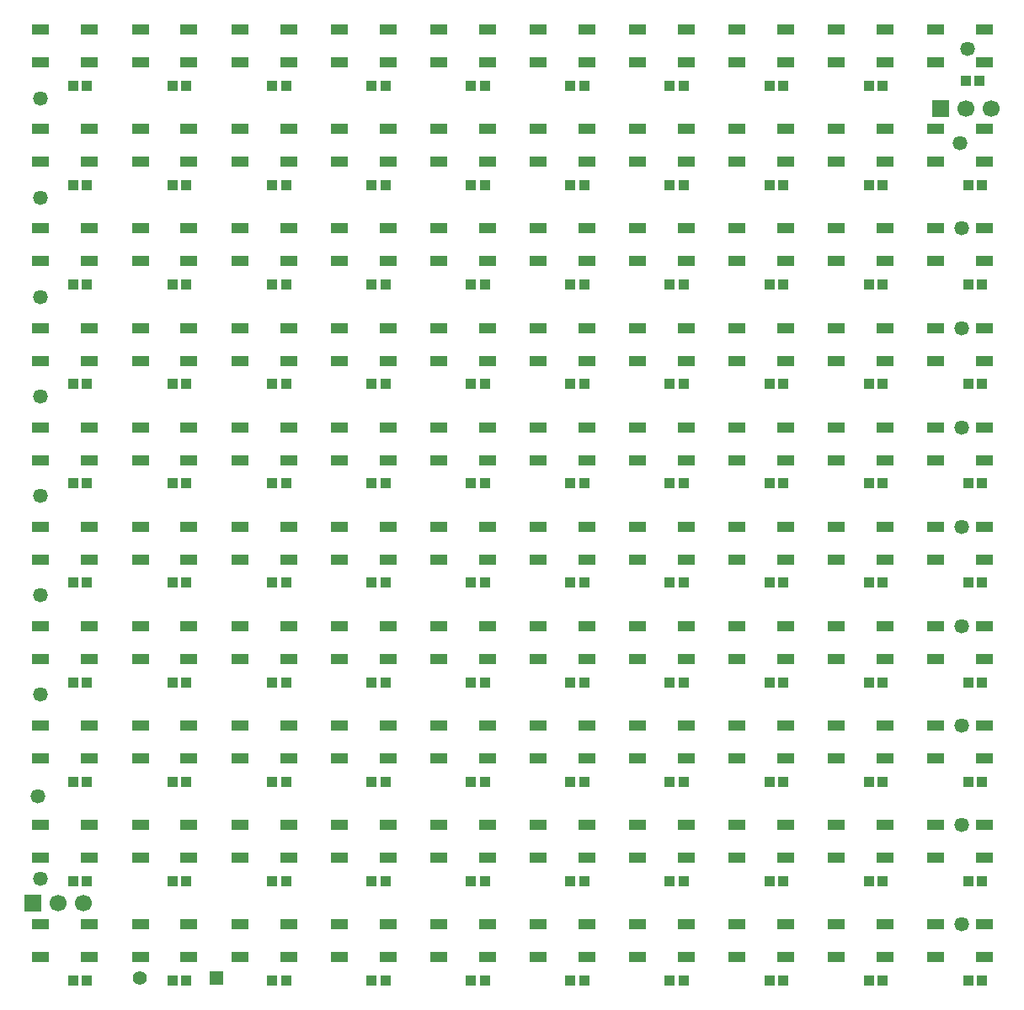
<source format=gts>
G04*
G04 #@! TF.GenerationSoftware,Altium Limited,CircuitStudio,1.5.2 (30)*
G04*
G04 Layer_Color=20142*
%FSLAX42Y42*%
%MOMM*%
G71*
G01*
G75*
%ADD18R,1.00X1.10*%
%ADD19R,1.70X1.10*%
%ADD20R,1.70X1.70*%
%ADD21C,1.70*%
%ADD22R,1.40X1.40*%
%ADD23C,1.40*%
%ADD24C,1.47*%
D18*
X12195Y11750D02*
D03*
X12055D02*
D03*
X11220Y11700D02*
D03*
X11080D02*
D03*
X10220D02*
D03*
X10080D02*
D03*
X9220D02*
D03*
X9080D02*
D03*
X8220D02*
D03*
X8080D02*
D03*
X7220D02*
D03*
X7080D02*
D03*
X6220D02*
D03*
X6080D02*
D03*
X5220D02*
D03*
X5080D02*
D03*
X4220D02*
D03*
X4080D02*
D03*
X3220D02*
D03*
X3080D02*
D03*
X12220Y10700D02*
D03*
X12080D02*
D03*
X11220D02*
D03*
X11080D02*
D03*
X10220D02*
D03*
X10080D02*
D03*
X9220D02*
D03*
X9080D02*
D03*
X8220D02*
D03*
X8080D02*
D03*
X6220D02*
D03*
X6080D02*
D03*
X5220D02*
D03*
X5080D02*
D03*
X4220D02*
D03*
X4080D02*
D03*
X3220D02*
D03*
X3080D02*
D03*
X12220Y9700D02*
D03*
X12080D02*
D03*
X11220D02*
D03*
X11080D02*
D03*
X10220D02*
D03*
X10080D02*
D03*
X9220D02*
D03*
X9080D02*
D03*
X8220D02*
D03*
X8080D02*
D03*
X7220D02*
D03*
X7080D02*
D03*
X6220D02*
D03*
X6080D02*
D03*
X5220D02*
D03*
X5080D02*
D03*
X4220D02*
D03*
X4080D02*
D03*
X3220D02*
D03*
X3080D02*
D03*
X12220Y8700D02*
D03*
X12080D02*
D03*
X11220D02*
D03*
X11080D02*
D03*
X10220D02*
D03*
X10080D02*
D03*
X9220D02*
D03*
X9080D02*
D03*
X8220D02*
D03*
X8080D02*
D03*
X7220D02*
D03*
X7080D02*
D03*
X6220D02*
D03*
X6080D02*
D03*
X5220D02*
D03*
X5080D02*
D03*
X4220D02*
D03*
X4080D02*
D03*
X3220D02*
D03*
X3080D02*
D03*
X12220Y7700D02*
D03*
X12080D02*
D03*
X11220D02*
D03*
X11080D02*
D03*
X10220D02*
D03*
X10080D02*
D03*
X9220D02*
D03*
X9080D02*
D03*
X8220D02*
D03*
X8080D02*
D03*
X7220D02*
D03*
X7080D02*
D03*
X6220D02*
D03*
X6080D02*
D03*
X5220D02*
D03*
X5080D02*
D03*
X4220D02*
D03*
X4080D02*
D03*
X3220D02*
D03*
X3080D02*
D03*
X12220Y6700D02*
D03*
X12080D02*
D03*
X11220D02*
D03*
X11080D02*
D03*
X10220D02*
D03*
X10080D02*
D03*
X9220D02*
D03*
X9080D02*
D03*
X8220D02*
D03*
X8080D02*
D03*
X7220D02*
D03*
X7080D02*
D03*
X6220D02*
D03*
X6080D02*
D03*
X5220D02*
D03*
X5080D02*
D03*
X4220D02*
D03*
X4080D02*
D03*
X3220D02*
D03*
X3080D02*
D03*
X12220Y5700D02*
D03*
X12080D02*
D03*
X11220D02*
D03*
X11080D02*
D03*
X10220D02*
D03*
X10080D02*
D03*
X9220D02*
D03*
X9080D02*
D03*
X8220D02*
D03*
X8080D02*
D03*
X7220D02*
D03*
X7080D02*
D03*
X6220D02*
D03*
X6080D02*
D03*
X5220D02*
D03*
X5080D02*
D03*
X4220D02*
D03*
X4080D02*
D03*
X3220D02*
D03*
X3080D02*
D03*
X12220Y4700D02*
D03*
X12080D02*
D03*
X11220D02*
D03*
X11080D02*
D03*
X10220D02*
D03*
X10080D02*
D03*
X9220D02*
D03*
X9080D02*
D03*
X8220D02*
D03*
X8080D02*
D03*
X7220D02*
D03*
X7080D02*
D03*
X6220D02*
D03*
X6080D02*
D03*
X5220D02*
D03*
X5080D02*
D03*
X4220D02*
D03*
X4080D02*
D03*
X3220D02*
D03*
X3080D02*
D03*
X12220Y3700D02*
D03*
X12080D02*
D03*
X11220D02*
D03*
X11080D02*
D03*
X10220D02*
D03*
X10080D02*
D03*
X9220D02*
D03*
X9080D02*
D03*
X8220D02*
D03*
X8080D02*
D03*
X7220D02*
D03*
X7080D02*
D03*
X6220D02*
D03*
X6080D02*
D03*
X5220D02*
D03*
X5080D02*
D03*
X4220D02*
D03*
X4080D02*
D03*
X3220D02*
D03*
X3080D02*
D03*
X12220Y2700D02*
D03*
X12080D02*
D03*
X11220D02*
D03*
X11080D02*
D03*
X10220D02*
D03*
X10080D02*
D03*
X9220D02*
D03*
X9080D02*
D03*
X8220D02*
D03*
X8080D02*
D03*
X7220D02*
D03*
X7080D02*
D03*
X6220D02*
D03*
X6080D02*
D03*
X5220D02*
D03*
X5080D02*
D03*
X4220D02*
D03*
X4080D02*
D03*
X3220D02*
D03*
X3080D02*
D03*
X7220Y10700D02*
D03*
X7080D02*
D03*
D19*
X3755Y3265D02*
D03*
Y2935D02*
D03*
X4245Y3265D02*
D03*
Y2935D02*
D03*
X2755Y12265D02*
D03*
Y11935D02*
D03*
X3245Y12265D02*
D03*
Y11935D02*
D03*
X11755Y12265D02*
D03*
Y11935D02*
D03*
X12245Y12265D02*
D03*
Y11935D02*
D03*
X10755Y12265D02*
D03*
Y11935D02*
D03*
X11245Y12265D02*
D03*
Y11935D02*
D03*
X9755Y12265D02*
D03*
Y11935D02*
D03*
X10245Y12265D02*
D03*
Y11935D02*
D03*
X8755Y12265D02*
D03*
Y11935D02*
D03*
X9245Y12265D02*
D03*
Y11935D02*
D03*
X7755Y12265D02*
D03*
Y11935D02*
D03*
X8245Y12265D02*
D03*
Y11935D02*
D03*
X6755Y12265D02*
D03*
Y11935D02*
D03*
X7245Y12265D02*
D03*
Y11935D02*
D03*
X5755Y12265D02*
D03*
Y11935D02*
D03*
X6245Y12265D02*
D03*
Y11935D02*
D03*
X4755Y12265D02*
D03*
Y11935D02*
D03*
X5245Y12265D02*
D03*
Y11935D02*
D03*
X3755Y12265D02*
D03*
Y11935D02*
D03*
X4245Y12265D02*
D03*
Y11935D02*
D03*
X2755Y11265D02*
D03*
Y10935D02*
D03*
X3245Y11265D02*
D03*
Y10935D02*
D03*
X11755Y11265D02*
D03*
Y10935D02*
D03*
X12245Y11265D02*
D03*
Y10935D02*
D03*
X10755Y11265D02*
D03*
Y10935D02*
D03*
X11245Y11265D02*
D03*
Y10935D02*
D03*
X9755Y11265D02*
D03*
Y10935D02*
D03*
X10245Y11265D02*
D03*
Y10935D02*
D03*
X8755Y11265D02*
D03*
Y10935D02*
D03*
X9245Y11265D02*
D03*
Y10935D02*
D03*
X7755Y11265D02*
D03*
Y10935D02*
D03*
X8245Y11265D02*
D03*
Y10935D02*
D03*
X6755Y11265D02*
D03*
Y10935D02*
D03*
X7245Y11265D02*
D03*
Y10935D02*
D03*
X5755Y11265D02*
D03*
Y10935D02*
D03*
X6245Y11265D02*
D03*
Y10935D02*
D03*
X4755Y11265D02*
D03*
Y10935D02*
D03*
X5245Y11265D02*
D03*
Y10935D02*
D03*
X3755Y11265D02*
D03*
Y10935D02*
D03*
X4245Y11265D02*
D03*
Y10935D02*
D03*
X2755Y10265D02*
D03*
Y9935D02*
D03*
X3245Y10265D02*
D03*
Y9935D02*
D03*
X11755Y10265D02*
D03*
Y9935D02*
D03*
X12245Y10265D02*
D03*
Y9935D02*
D03*
X10755Y10265D02*
D03*
Y9935D02*
D03*
X11245Y10265D02*
D03*
Y9935D02*
D03*
X9755Y10265D02*
D03*
Y9935D02*
D03*
X10245Y10265D02*
D03*
Y9935D02*
D03*
X8755Y10265D02*
D03*
Y9935D02*
D03*
X9245Y10265D02*
D03*
Y9935D02*
D03*
X7755Y10265D02*
D03*
Y9935D02*
D03*
X8245Y10265D02*
D03*
Y9935D02*
D03*
X6755Y10265D02*
D03*
Y9935D02*
D03*
X7245Y10265D02*
D03*
Y9935D02*
D03*
X5755Y10265D02*
D03*
Y9935D02*
D03*
X6245Y10265D02*
D03*
Y9935D02*
D03*
X4755Y10265D02*
D03*
Y9935D02*
D03*
X5245Y10265D02*
D03*
Y9935D02*
D03*
X3755Y10265D02*
D03*
Y9935D02*
D03*
X4245Y10265D02*
D03*
Y9935D02*
D03*
X2755Y9265D02*
D03*
Y8935D02*
D03*
X3245Y9265D02*
D03*
Y8935D02*
D03*
X11755Y9265D02*
D03*
Y8935D02*
D03*
X12245Y9265D02*
D03*
Y8935D02*
D03*
X10755Y9265D02*
D03*
Y8935D02*
D03*
X11245Y9265D02*
D03*
Y8935D02*
D03*
X9755Y9265D02*
D03*
Y8935D02*
D03*
X10245Y9265D02*
D03*
Y8935D02*
D03*
X8755Y9265D02*
D03*
Y8935D02*
D03*
X9245Y9265D02*
D03*
Y8935D02*
D03*
X7755Y9265D02*
D03*
Y8935D02*
D03*
X8245Y9265D02*
D03*
Y8935D02*
D03*
X6755Y9265D02*
D03*
Y8935D02*
D03*
X7245Y9265D02*
D03*
Y8935D02*
D03*
X5755Y9265D02*
D03*
Y8935D02*
D03*
X6245Y9265D02*
D03*
Y8935D02*
D03*
X4755Y9265D02*
D03*
Y8935D02*
D03*
X5245Y9265D02*
D03*
Y8935D02*
D03*
X3755Y9265D02*
D03*
Y8935D02*
D03*
X4245Y9265D02*
D03*
Y8935D02*
D03*
X2755Y8265D02*
D03*
Y7935D02*
D03*
X3245Y8265D02*
D03*
Y7935D02*
D03*
X11755Y8265D02*
D03*
Y7935D02*
D03*
X12245Y8265D02*
D03*
Y7935D02*
D03*
X10755Y8265D02*
D03*
Y7935D02*
D03*
X11245Y8265D02*
D03*
Y7935D02*
D03*
X9755Y8265D02*
D03*
Y7935D02*
D03*
X10245Y8265D02*
D03*
Y7935D02*
D03*
X8755Y8265D02*
D03*
Y7935D02*
D03*
X9245Y8265D02*
D03*
Y7935D02*
D03*
X7755Y8265D02*
D03*
Y7935D02*
D03*
X8245Y8265D02*
D03*
Y7935D02*
D03*
X6755Y8265D02*
D03*
Y7935D02*
D03*
X7245Y8265D02*
D03*
Y7935D02*
D03*
X5755Y8265D02*
D03*
Y7935D02*
D03*
X6245Y8265D02*
D03*
Y7935D02*
D03*
X4755Y8265D02*
D03*
Y7935D02*
D03*
X5245Y8265D02*
D03*
Y7935D02*
D03*
X3755Y8265D02*
D03*
Y7935D02*
D03*
X4245Y8265D02*
D03*
Y7935D02*
D03*
X2755Y7265D02*
D03*
Y6935D02*
D03*
X3245Y7265D02*
D03*
Y6935D02*
D03*
X11755Y7265D02*
D03*
Y6935D02*
D03*
X12245Y7265D02*
D03*
Y6935D02*
D03*
X10755Y7265D02*
D03*
Y6935D02*
D03*
X11245Y7265D02*
D03*
Y6935D02*
D03*
X9755Y7265D02*
D03*
Y6935D02*
D03*
X10245Y7265D02*
D03*
Y6935D02*
D03*
X8755Y7265D02*
D03*
Y6935D02*
D03*
X9245Y7265D02*
D03*
Y6935D02*
D03*
X7755Y7265D02*
D03*
Y6935D02*
D03*
X8245Y7265D02*
D03*
Y6935D02*
D03*
X6755Y7265D02*
D03*
Y6935D02*
D03*
X7245Y7265D02*
D03*
Y6935D02*
D03*
X5755Y7265D02*
D03*
Y6935D02*
D03*
X6245Y7265D02*
D03*
Y6935D02*
D03*
X4755Y7265D02*
D03*
Y6935D02*
D03*
X5245Y7265D02*
D03*
Y6935D02*
D03*
X3755Y7265D02*
D03*
Y6935D02*
D03*
X4245Y7265D02*
D03*
Y6935D02*
D03*
X2755Y6265D02*
D03*
Y5935D02*
D03*
X3245Y6265D02*
D03*
Y5935D02*
D03*
X11755Y6265D02*
D03*
Y5935D02*
D03*
X12245Y6265D02*
D03*
Y5935D02*
D03*
X10755Y6265D02*
D03*
Y5935D02*
D03*
X11245Y6265D02*
D03*
Y5935D02*
D03*
X9755Y6265D02*
D03*
Y5935D02*
D03*
X10245Y6265D02*
D03*
Y5935D02*
D03*
X8755Y6265D02*
D03*
Y5935D02*
D03*
X9245Y6265D02*
D03*
Y5935D02*
D03*
X7755Y6265D02*
D03*
Y5935D02*
D03*
X8245Y6265D02*
D03*
Y5935D02*
D03*
X6755Y6265D02*
D03*
Y5935D02*
D03*
X7245Y6265D02*
D03*
Y5935D02*
D03*
X5755Y6265D02*
D03*
Y5935D02*
D03*
X6245Y6265D02*
D03*
Y5935D02*
D03*
X4755Y6265D02*
D03*
Y5935D02*
D03*
X5245Y6265D02*
D03*
Y5935D02*
D03*
X3755Y6265D02*
D03*
Y5935D02*
D03*
X4245Y6265D02*
D03*
Y5935D02*
D03*
X2755Y5265D02*
D03*
Y4935D02*
D03*
X3245Y5265D02*
D03*
Y4935D02*
D03*
X11755Y5265D02*
D03*
Y4935D02*
D03*
X12245Y5265D02*
D03*
Y4935D02*
D03*
X10755Y5265D02*
D03*
Y4935D02*
D03*
X11245Y5265D02*
D03*
Y4935D02*
D03*
X9755Y5265D02*
D03*
Y4935D02*
D03*
X10245Y5265D02*
D03*
Y4935D02*
D03*
X8755Y5265D02*
D03*
Y4935D02*
D03*
X9245Y5265D02*
D03*
Y4935D02*
D03*
X7755Y5265D02*
D03*
Y4935D02*
D03*
X8245Y5265D02*
D03*
Y4935D02*
D03*
X6755Y5265D02*
D03*
Y4935D02*
D03*
X7245Y5265D02*
D03*
Y4935D02*
D03*
X5755Y5265D02*
D03*
Y4935D02*
D03*
X6245Y5265D02*
D03*
Y4935D02*
D03*
X4755Y5265D02*
D03*
Y4935D02*
D03*
X5245Y5265D02*
D03*
Y4935D02*
D03*
X3755Y5265D02*
D03*
Y4935D02*
D03*
X4245Y5265D02*
D03*
Y4935D02*
D03*
X2755Y4265D02*
D03*
Y3935D02*
D03*
X3245Y4265D02*
D03*
Y3935D02*
D03*
X11755Y4265D02*
D03*
Y3935D02*
D03*
X12245Y4265D02*
D03*
Y3935D02*
D03*
X10755Y4265D02*
D03*
Y3935D02*
D03*
X11245Y4265D02*
D03*
Y3935D02*
D03*
X9755Y4265D02*
D03*
Y3935D02*
D03*
X10245Y4265D02*
D03*
Y3935D02*
D03*
X8755Y4265D02*
D03*
Y3935D02*
D03*
X9245Y4265D02*
D03*
Y3935D02*
D03*
X7755Y4265D02*
D03*
Y3935D02*
D03*
X8245Y4265D02*
D03*
Y3935D02*
D03*
X6755Y4265D02*
D03*
Y3935D02*
D03*
X7245Y4265D02*
D03*
Y3935D02*
D03*
X5755Y4265D02*
D03*
Y3935D02*
D03*
X6245Y4265D02*
D03*
Y3935D02*
D03*
X4755Y4265D02*
D03*
Y3935D02*
D03*
X5245Y4265D02*
D03*
Y3935D02*
D03*
X3755Y4265D02*
D03*
Y3935D02*
D03*
X4245Y4265D02*
D03*
Y3935D02*
D03*
X2755Y3265D02*
D03*
Y2935D02*
D03*
X3245Y3265D02*
D03*
Y2935D02*
D03*
X11755Y3265D02*
D03*
Y2935D02*
D03*
X12245Y3265D02*
D03*
Y2935D02*
D03*
X10755Y3265D02*
D03*
Y2935D02*
D03*
X11245Y3265D02*
D03*
Y2935D02*
D03*
X9755Y3265D02*
D03*
Y2935D02*
D03*
X10245Y3265D02*
D03*
Y2935D02*
D03*
X8755Y3265D02*
D03*
Y2935D02*
D03*
X9245Y3265D02*
D03*
Y2935D02*
D03*
X7755Y3265D02*
D03*
Y2935D02*
D03*
X8245Y3265D02*
D03*
Y2935D02*
D03*
X6755Y3265D02*
D03*
Y2935D02*
D03*
X7245Y3265D02*
D03*
Y2935D02*
D03*
X5755Y3265D02*
D03*
Y2935D02*
D03*
X6245Y3265D02*
D03*
Y2935D02*
D03*
X4755Y3265D02*
D03*
Y2935D02*
D03*
X5245Y3265D02*
D03*
Y2935D02*
D03*
D20*
X11800Y11475D02*
D03*
X2675Y3475D02*
D03*
D21*
X12054Y11475D02*
D03*
X12308D02*
D03*
X2929Y3475D02*
D03*
X3183D02*
D03*
D22*
X4525Y2725D02*
D03*
D23*
X3750D02*
D03*
D24*
X12075Y12075D02*
D03*
X12010Y3265D02*
D03*
X2750Y3725D02*
D03*
X12010Y4265D02*
D03*
X2725Y4550D02*
D03*
X12010Y5265D02*
D03*
X2750Y5575D02*
D03*
X12010Y6265D02*
D03*
X2750Y6575D02*
D03*
X12010Y7265D02*
D03*
X2750Y7575D02*
D03*
X12010Y8265D02*
D03*
X2750Y8575D02*
D03*
X12015Y9265D02*
D03*
X2750Y9575D02*
D03*
X12010Y10265D02*
D03*
X2750Y10575D02*
D03*
X12000Y11125D02*
D03*
X2750Y11575D02*
D03*
M02*

</source>
